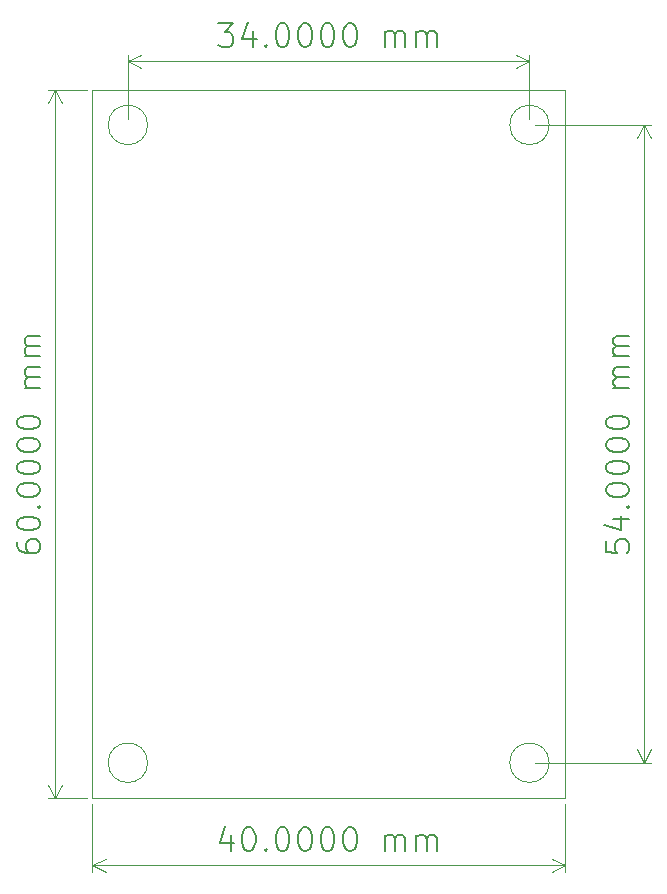
<source format=gbr>
%TF.GenerationSoftware,KiCad,Pcbnew,8.0.9-8.0.9-0~ubuntu24.04.1*%
%TF.CreationDate,2025-04-23T22:26:13+09:00*%
%TF.ProjectId,LedController,4c656443-6f6e-4747-926f-6c6c65722e6b,rev?*%
%TF.SameCoordinates,Original*%
%TF.FileFunction,Profile,NP*%
%FSLAX46Y46*%
G04 Gerber Fmt 4.6, Leading zero omitted, Abs format (unit mm)*
G04 Created by KiCad (PCBNEW 8.0.9-8.0.9-0~ubuntu24.04.1) date 2025-04-23 22:26:13*
%MOMM*%
%LPD*%
G01*
G04 APERTURE LIST*
%TA.AperFunction,Profile*%
%ADD10C,0.050000*%
%TD*%
%ADD11C,0.150000*%
G04 APERTURE END LIST*
D10*
X49670000Y-53000000D02*
G75*
G02*
X46330000Y-53000000I-1670000J0D01*
G01*
X46330000Y-53000000D02*
G75*
G02*
X49670000Y-53000000I1670000J0D01*
G01*
X83670000Y-53000000D02*
G75*
G02*
X80330000Y-53000000I-1670000J0D01*
G01*
X80330000Y-53000000D02*
G75*
G02*
X83670000Y-53000000I1670000J0D01*
G01*
X83670000Y-107000000D02*
G75*
G02*
X80330000Y-107000000I-1670000J0D01*
G01*
X80330000Y-107000000D02*
G75*
G02*
X83670000Y-107000000I1670000J0D01*
G01*
X49670000Y-107000000D02*
G75*
G02*
X46330000Y-107000000I-1670000J0D01*
G01*
X46330000Y-107000000D02*
G75*
G02*
X49670000Y-107000000I1670000J0D01*
G01*
D11*
X88442438Y-88190476D02*
X88442438Y-89142857D01*
X88442438Y-89142857D02*
X89394819Y-89238095D01*
X89394819Y-89238095D02*
X89299580Y-89142857D01*
X89299580Y-89142857D02*
X89204342Y-88952381D01*
X89204342Y-88952381D02*
X89204342Y-88476190D01*
X89204342Y-88476190D02*
X89299580Y-88285714D01*
X89299580Y-88285714D02*
X89394819Y-88190476D01*
X89394819Y-88190476D02*
X89585295Y-88095238D01*
X89585295Y-88095238D02*
X90061485Y-88095238D01*
X90061485Y-88095238D02*
X90251961Y-88190476D01*
X90251961Y-88190476D02*
X90347200Y-88285714D01*
X90347200Y-88285714D02*
X90442438Y-88476190D01*
X90442438Y-88476190D02*
X90442438Y-88952381D01*
X90442438Y-88952381D02*
X90347200Y-89142857D01*
X90347200Y-89142857D02*
X90251961Y-89238095D01*
X89109104Y-86380952D02*
X90442438Y-86380952D01*
X88347200Y-86857143D02*
X89775771Y-87333333D01*
X89775771Y-87333333D02*
X89775771Y-86095238D01*
X90251961Y-85333333D02*
X90347200Y-85238095D01*
X90347200Y-85238095D02*
X90442438Y-85333333D01*
X90442438Y-85333333D02*
X90347200Y-85428571D01*
X90347200Y-85428571D02*
X90251961Y-85333333D01*
X90251961Y-85333333D02*
X90442438Y-85333333D01*
X88442438Y-84000000D02*
X88442438Y-83809523D01*
X88442438Y-83809523D02*
X88537676Y-83619047D01*
X88537676Y-83619047D02*
X88632914Y-83523809D01*
X88632914Y-83523809D02*
X88823390Y-83428571D01*
X88823390Y-83428571D02*
X89204342Y-83333333D01*
X89204342Y-83333333D02*
X89680533Y-83333333D01*
X89680533Y-83333333D02*
X90061485Y-83428571D01*
X90061485Y-83428571D02*
X90251961Y-83523809D01*
X90251961Y-83523809D02*
X90347200Y-83619047D01*
X90347200Y-83619047D02*
X90442438Y-83809523D01*
X90442438Y-83809523D02*
X90442438Y-84000000D01*
X90442438Y-84000000D02*
X90347200Y-84190476D01*
X90347200Y-84190476D02*
X90251961Y-84285714D01*
X90251961Y-84285714D02*
X90061485Y-84380952D01*
X90061485Y-84380952D02*
X89680533Y-84476190D01*
X89680533Y-84476190D02*
X89204342Y-84476190D01*
X89204342Y-84476190D02*
X88823390Y-84380952D01*
X88823390Y-84380952D02*
X88632914Y-84285714D01*
X88632914Y-84285714D02*
X88537676Y-84190476D01*
X88537676Y-84190476D02*
X88442438Y-84000000D01*
X88442438Y-82095238D02*
X88442438Y-81904761D01*
X88442438Y-81904761D02*
X88537676Y-81714285D01*
X88537676Y-81714285D02*
X88632914Y-81619047D01*
X88632914Y-81619047D02*
X88823390Y-81523809D01*
X88823390Y-81523809D02*
X89204342Y-81428571D01*
X89204342Y-81428571D02*
X89680533Y-81428571D01*
X89680533Y-81428571D02*
X90061485Y-81523809D01*
X90061485Y-81523809D02*
X90251961Y-81619047D01*
X90251961Y-81619047D02*
X90347200Y-81714285D01*
X90347200Y-81714285D02*
X90442438Y-81904761D01*
X90442438Y-81904761D02*
X90442438Y-82095238D01*
X90442438Y-82095238D02*
X90347200Y-82285714D01*
X90347200Y-82285714D02*
X90251961Y-82380952D01*
X90251961Y-82380952D02*
X90061485Y-82476190D01*
X90061485Y-82476190D02*
X89680533Y-82571428D01*
X89680533Y-82571428D02*
X89204342Y-82571428D01*
X89204342Y-82571428D02*
X88823390Y-82476190D01*
X88823390Y-82476190D02*
X88632914Y-82380952D01*
X88632914Y-82380952D02*
X88537676Y-82285714D01*
X88537676Y-82285714D02*
X88442438Y-82095238D01*
X88442438Y-80190476D02*
X88442438Y-79999999D01*
X88442438Y-79999999D02*
X88537676Y-79809523D01*
X88537676Y-79809523D02*
X88632914Y-79714285D01*
X88632914Y-79714285D02*
X88823390Y-79619047D01*
X88823390Y-79619047D02*
X89204342Y-79523809D01*
X89204342Y-79523809D02*
X89680533Y-79523809D01*
X89680533Y-79523809D02*
X90061485Y-79619047D01*
X90061485Y-79619047D02*
X90251961Y-79714285D01*
X90251961Y-79714285D02*
X90347200Y-79809523D01*
X90347200Y-79809523D02*
X90442438Y-79999999D01*
X90442438Y-79999999D02*
X90442438Y-80190476D01*
X90442438Y-80190476D02*
X90347200Y-80380952D01*
X90347200Y-80380952D02*
X90251961Y-80476190D01*
X90251961Y-80476190D02*
X90061485Y-80571428D01*
X90061485Y-80571428D02*
X89680533Y-80666666D01*
X89680533Y-80666666D02*
X89204342Y-80666666D01*
X89204342Y-80666666D02*
X88823390Y-80571428D01*
X88823390Y-80571428D02*
X88632914Y-80476190D01*
X88632914Y-80476190D02*
X88537676Y-80380952D01*
X88537676Y-80380952D02*
X88442438Y-80190476D01*
X88442438Y-78285714D02*
X88442438Y-78095237D01*
X88442438Y-78095237D02*
X88537676Y-77904761D01*
X88537676Y-77904761D02*
X88632914Y-77809523D01*
X88632914Y-77809523D02*
X88823390Y-77714285D01*
X88823390Y-77714285D02*
X89204342Y-77619047D01*
X89204342Y-77619047D02*
X89680533Y-77619047D01*
X89680533Y-77619047D02*
X90061485Y-77714285D01*
X90061485Y-77714285D02*
X90251961Y-77809523D01*
X90251961Y-77809523D02*
X90347200Y-77904761D01*
X90347200Y-77904761D02*
X90442438Y-78095237D01*
X90442438Y-78095237D02*
X90442438Y-78285714D01*
X90442438Y-78285714D02*
X90347200Y-78476190D01*
X90347200Y-78476190D02*
X90251961Y-78571428D01*
X90251961Y-78571428D02*
X90061485Y-78666666D01*
X90061485Y-78666666D02*
X89680533Y-78761904D01*
X89680533Y-78761904D02*
X89204342Y-78761904D01*
X89204342Y-78761904D02*
X88823390Y-78666666D01*
X88823390Y-78666666D02*
X88632914Y-78571428D01*
X88632914Y-78571428D02*
X88537676Y-78476190D01*
X88537676Y-78476190D02*
X88442438Y-78285714D01*
X90442438Y-75238094D02*
X89109104Y-75238094D01*
X89299580Y-75238094D02*
X89204342Y-75142856D01*
X89204342Y-75142856D02*
X89109104Y-74952380D01*
X89109104Y-74952380D02*
X89109104Y-74666665D01*
X89109104Y-74666665D02*
X89204342Y-74476189D01*
X89204342Y-74476189D02*
X89394819Y-74380951D01*
X89394819Y-74380951D02*
X90442438Y-74380951D01*
X89394819Y-74380951D02*
X89204342Y-74285713D01*
X89204342Y-74285713D02*
X89109104Y-74095237D01*
X89109104Y-74095237D02*
X89109104Y-73809523D01*
X89109104Y-73809523D02*
X89204342Y-73619046D01*
X89204342Y-73619046D02*
X89394819Y-73523808D01*
X89394819Y-73523808D02*
X90442438Y-73523808D01*
X90442438Y-72571427D02*
X89109104Y-72571427D01*
X89299580Y-72571427D02*
X89204342Y-72476189D01*
X89204342Y-72476189D02*
X89109104Y-72285713D01*
X89109104Y-72285713D02*
X89109104Y-71999998D01*
X89109104Y-71999998D02*
X89204342Y-71809522D01*
X89204342Y-71809522D02*
X89394819Y-71714284D01*
X89394819Y-71714284D02*
X90442438Y-71714284D01*
X89394819Y-71714284D02*
X89204342Y-71619046D01*
X89204342Y-71619046D02*
X89109104Y-71428570D01*
X89109104Y-71428570D02*
X89109104Y-71142856D01*
X89109104Y-71142856D02*
X89204342Y-70952379D01*
X89204342Y-70952379D02*
X89394819Y-70857141D01*
X89394819Y-70857141D02*
X90442438Y-70857141D01*
D10*
X82500000Y-53000000D02*
X92261420Y-53000000D01*
X82500000Y-107000000D02*
X92261420Y-107000000D01*
X91675000Y-53000000D02*
X91675000Y-107000000D01*
X91675000Y-53000000D02*
X91675000Y-107000000D01*
X91675000Y-53000000D02*
X92261421Y-54126504D01*
X91675000Y-53000000D02*
X91088579Y-54126504D01*
X91675000Y-107000000D02*
X91088579Y-105873496D01*
X91675000Y-107000000D02*
X92261421Y-105873496D01*
D11*
X38592438Y-88285714D02*
X38592438Y-88666667D01*
X38592438Y-88666667D02*
X38687676Y-88857143D01*
X38687676Y-88857143D02*
X38782914Y-88952381D01*
X38782914Y-88952381D02*
X39068628Y-89142857D01*
X39068628Y-89142857D02*
X39449580Y-89238095D01*
X39449580Y-89238095D02*
X40211485Y-89238095D01*
X40211485Y-89238095D02*
X40401961Y-89142857D01*
X40401961Y-89142857D02*
X40497200Y-89047619D01*
X40497200Y-89047619D02*
X40592438Y-88857143D01*
X40592438Y-88857143D02*
X40592438Y-88476190D01*
X40592438Y-88476190D02*
X40497200Y-88285714D01*
X40497200Y-88285714D02*
X40401961Y-88190476D01*
X40401961Y-88190476D02*
X40211485Y-88095238D01*
X40211485Y-88095238D02*
X39735295Y-88095238D01*
X39735295Y-88095238D02*
X39544819Y-88190476D01*
X39544819Y-88190476D02*
X39449580Y-88285714D01*
X39449580Y-88285714D02*
X39354342Y-88476190D01*
X39354342Y-88476190D02*
X39354342Y-88857143D01*
X39354342Y-88857143D02*
X39449580Y-89047619D01*
X39449580Y-89047619D02*
X39544819Y-89142857D01*
X39544819Y-89142857D02*
X39735295Y-89238095D01*
X38592438Y-86857143D02*
X38592438Y-86666666D01*
X38592438Y-86666666D02*
X38687676Y-86476190D01*
X38687676Y-86476190D02*
X38782914Y-86380952D01*
X38782914Y-86380952D02*
X38973390Y-86285714D01*
X38973390Y-86285714D02*
X39354342Y-86190476D01*
X39354342Y-86190476D02*
X39830533Y-86190476D01*
X39830533Y-86190476D02*
X40211485Y-86285714D01*
X40211485Y-86285714D02*
X40401961Y-86380952D01*
X40401961Y-86380952D02*
X40497200Y-86476190D01*
X40497200Y-86476190D02*
X40592438Y-86666666D01*
X40592438Y-86666666D02*
X40592438Y-86857143D01*
X40592438Y-86857143D02*
X40497200Y-87047619D01*
X40497200Y-87047619D02*
X40401961Y-87142857D01*
X40401961Y-87142857D02*
X40211485Y-87238095D01*
X40211485Y-87238095D02*
X39830533Y-87333333D01*
X39830533Y-87333333D02*
X39354342Y-87333333D01*
X39354342Y-87333333D02*
X38973390Y-87238095D01*
X38973390Y-87238095D02*
X38782914Y-87142857D01*
X38782914Y-87142857D02*
X38687676Y-87047619D01*
X38687676Y-87047619D02*
X38592438Y-86857143D01*
X40401961Y-85333333D02*
X40497200Y-85238095D01*
X40497200Y-85238095D02*
X40592438Y-85333333D01*
X40592438Y-85333333D02*
X40497200Y-85428571D01*
X40497200Y-85428571D02*
X40401961Y-85333333D01*
X40401961Y-85333333D02*
X40592438Y-85333333D01*
X38592438Y-84000000D02*
X38592438Y-83809523D01*
X38592438Y-83809523D02*
X38687676Y-83619047D01*
X38687676Y-83619047D02*
X38782914Y-83523809D01*
X38782914Y-83523809D02*
X38973390Y-83428571D01*
X38973390Y-83428571D02*
X39354342Y-83333333D01*
X39354342Y-83333333D02*
X39830533Y-83333333D01*
X39830533Y-83333333D02*
X40211485Y-83428571D01*
X40211485Y-83428571D02*
X40401961Y-83523809D01*
X40401961Y-83523809D02*
X40497200Y-83619047D01*
X40497200Y-83619047D02*
X40592438Y-83809523D01*
X40592438Y-83809523D02*
X40592438Y-84000000D01*
X40592438Y-84000000D02*
X40497200Y-84190476D01*
X40497200Y-84190476D02*
X40401961Y-84285714D01*
X40401961Y-84285714D02*
X40211485Y-84380952D01*
X40211485Y-84380952D02*
X39830533Y-84476190D01*
X39830533Y-84476190D02*
X39354342Y-84476190D01*
X39354342Y-84476190D02*
X38973390Y-84380952D01*
X38973390Y-84380952D02*
X38782914Y-84285714D01*
X38782914Y-84285714D02*
X38687676Y-84190476D01*
X38687676Y-84190476D02*
X38592438Y-84000000D01*
X38592438Y-82095238D02*
X38592438Y-81904761D01*
X38592438Y-81904761D02*
X38687676Y-81714285D01*
X38687676Y-81714285D02*
X38782914Y-81619047D01*
X38782914Y-81619047D02*
X38973390Y-81523809D01*
X38973390Y-81523809D02*
X39354342Y-81428571D01*
X39354342Y-81428571D02*
X39830533Y-81428571D01*
X39830533Y-81428571D02*
X40211485Y-81523809D01*
X40211485Y-81523809D02*
X40401961Y-81619047D01*
X40401961Y-81619047D02*
X40497200Y-81714285D01*
X40497200Y-81714285D02*
X40592438Y-81904761D01*
X40592438Y-81904761D02*
X40592438Y-82095238D01*
X40592438Y-82095238D02*
X40497200Y-82285714D01*
X40497200Y-82285714D02*
X40401961Y-82380952D01*
X40401961Y-82380952D02*
X40211485Y-82476190D01*
X40211485Y-82476190D02*
X39830533Y-82571428D01*
X39830533Y-82571428D02*
X39354342Y-82571428D01*
X39354342Y-82571428D02*
X38973390Y-82476190D01*
X38973390Y-82476190D02*
X38782914Y-82380952D01*
X38782914Y-82380952D02*
X38687676Y-82285714D01*
X38687676Y-82285714D02*
X38592438Y-82095238D01*
X38592438Y-80190476D02*
X38592438Y-79999999D01*
X38592438Y-79999999D02*
X38687676Y-79809523D01*
X38687676Y-79809523D02*
X38782914Y-79714285D01*
X38782914Y-79714285D02*
X38973390Y-79619047D01*
X38973390Y-79619047D02*
X39354342Y-79523809D01*
X39354342Y-79523809D02*
X39830533Y-79523809D01*
X39830533Y-79523809D02*
X40211485Y-79619047D01*
X40211485Y-79619047D02*
X40401961Y-79714285D01*
X40401961Y-79714285D02*
X40497200Y-79809523D01*
X40497200Y-79809523D02*
X40592438Y-79999999D01*
X40592438Y-79999999D02*
X40592438Y-80190476D01*
X40592438Y-80190476D02*
X40497200Y-80380952D01*
X40497200Y-80380952D02*
X40401961Y-80476190D01*
X40401961Y-80476190D02*
X40211485Y-80571428D01*
X40211485Y-80571428D02*
X39830533Y-80666666D01*
X39830533Y-80666666D02*
X39354342Y-80666666D01*
X39354342Y-80666666D02*
X38973390Y-80571428D01*
X38973390Y-80571428D02*
X38782914Y-80476190D01*
X38782914Y-80476190D02*
X38687676Y-80380952D01*
X38687676Y-80380952D02*
X38592438Y-80190476D01*
X38592438Y-78285714D02*
X38592438Y-78095237D01*
X38592438Y-78095237D02*
X38687676Y-77904761D01*
X38687676Y-77904761D02*
X38782914Y-77809523D01*
X38782914Y-77809523D02*
X38973390Y-77714285D01*
X38973390Y-77714285D02*
X39354342Y-77619047D01*
X39354342Y-77619047D02*
X39830533Y-77619047D01*
X39830533Y-77619047D02*
X40211485Y-77714285D01*
X40211485Y-77714285D02*
X40401961Y-77809523D01*
X40401961Y-77809523D02*
X40497200Y-77904761D01*
X40497200Y-77904761D02*
X40592438Y-78095237D01*
X40592438Y-78095237D02*
X40592438Y-78285714D01*
X40592438Y-78285714D02*
X40497200Y-78476190D01*
X40497200Y-78476190D02*
X40401961Y-78571428D01*
X40401961Y-78571428D02*
X40211485Y-78666666D01*
X40211485Y-78666666D02*
X39830533Y-78761904D01*
X39830533Y-78761904D02*
X39354342Y-78761904D01*
X39354342Y-78761904D02*
X38973390Y-78666666D01*
X38973390Y-78666666D02*
X38782914Y-78571428D01*
X38782914Y-78571428D02*
X38687676Y-78476190D01*
X38687676Y-78476190D02*
X38592438Y-78285714D01*
X40592438Y-75238094D02*
X39259104Y-75238094D01*
X39449580Y-75238094D02*
X39354342Y-75142856D01*
X39354342Y-75142856D02*
X39259104Y-74952380D01*
X39259104Y-74952380D02*
X39259104Y-74666665D01*
X39259104Y-74666665D02*
X39354342Y-74476189D01*
X39354342Y-74476189D02*
X39544819Y-74380951D01*
X39544819Y-74380951D02*
X40592438Y-74380951D01*
X39544819Y-74380951D02*
X39354342Y-74285713D01*
X39354342Y-74285713D02*
X39259104Y-74095237D01*
X39259104Y-74095237D02*
X39259104Y-73809523D01*
X39259104Y-73809523D02*
X39354342Y-73619046D01*
X39354342Y-73619046D02*
X39544819Y-73523808D01*
X39544819Y-73523808D02*
X40592438Y-73523808D01*
X40592438Y-72571427D02*
X39259104Y-72571427D01*
X39449580Y-72571427D02*
X39354342Y-72476189D01*
X39354342Y-72476189D02*
X39259104Y-72285713D01*
X39259104Y-72285713D02*
X39259104Y-71999998D01*
X39259104Y-71999998D02*
X39354342Y-71809522D01*
X39354342Y-71809522D02*
X39544819Y-71714284D01*
X39544819Y-71714284D02*
X40592438Y-71714284D01*
X39544819Y-71714284D02*
X39354342Y-71619046D01*
X39354342Y-71619046D02*
X39259104Y-71428570D01*
X39259104Y-71428570D02*
X39259104Y-71142856D01*
X39259104Y-71142856D02*
X39354342Y-70952379D01*
X39354342Y-70952379D02*
X39544819Y-70857141D01*
X39544819Y-70857141D02*
X40592438Y-70857141D01*
D10*
X44500000Y-50000000D02*
X41238580Y-50000000D01*
X44500000Y-110000000D02*
X41238580Y-110000000D01*
X41825000Y-50000000D02*
X41825000Y-110000000D01*
X41825000Y-50000000D02*
X41825000Y-110000000D01*
X41825000Y-50000000D02*
X42411421Y-51126504D01*
X41825000Y-50000000D02*
X41238579Y-51126504D01*
X41825000Y-110000000D02*
X41238579Y-108873496D01*
X41825000Y-110000000D02*
X42411421Y-108873496D01*
D11*
X55666666Y-44392438D02*
X56904761Y-44392438D01*
X56904761Y-44392438D02*
X56238094Y-45154342D01*
X56238094Y-45154342D02*
X56523809Y-45154342D01*
X56523809Y-45154342D02*
X56714285Y-45249580D01*
X56714285Y-45249580D02*
X56809523Y-45344819D01*
X56809523Y-45344819D02*
X56904761Y-45535295D01*
X56904761Y-45535295D02*
X56904761Y-46011485D01*
X56904761Y-46011485D02*
X56809523Y-46201961D01*
X56809523Y-46201961D02*
X56714285Y-46297200D01*
X56714285Y-46297200D02*
X56523809Y-46392438D01*
X56523809Y-46392438D02*
X55952380Y-46392438D01*
X55952380Y-46392438D02*
X55761904Y-46297200D01*
X55761904Y-46297200D02*
X55666666Y-46201961D01*
X58619047Y-45059104D02*
X58619047Y-46392438D01*
X58142856Y-44297200D02*
X57666666Y-45725771D01*
X57666666Y-45725771D02*
X58904761Y-45725771D01*
X59666666Y-46201961D02*
X59761904Y-46297200D01*
X59761904Y-46297200D02*
X59666666Y-46392438D01*
X59666666Y-46392438D02*
X59571428Y-46297200D01*
X59571428Y-46297200D02*
X59666666Y-46201961D01*
X59666666Y-46201961D02*
X59666666Y-46392438D01*
X60999999Y-44392438D02*
X61190476Y-44392438D01*
X61190476Y-44392438D02*
X61380952Y-44487676D01*
X61380952Y-44487676D02*
X61476190Y-44582914D01*
X61476190Y-44582914D02*
X61571428Y-44773390D01*
X61571428Y-44773390D02*
X61666666Y-45154342D01*
X61666666Y-45154342D02*
X61666666Y-45630533D01*
X61666666Y-45630533D02*
X61571428Y-46011485D01*
X61571428Y-46011485D02*
X61476190Y-46201961D01*
X61476190Y-46201961D02*
X61380952Y-46297200D01*
X61380952Y-46297200D02*
X61190476Y-46392438D01*
X61190476Y-46392438D02*
X60999999Y-46392438D01*
X60999999Y-46392438D02*
X60809523Y-46297200D01*
X60809523Y-46297200D02*
X60714285Y-46201961D01*
X60714285Y-46201961D02*
X60619047Y-46011485D01*
X60619047Y-46011485D02*
X60523809Y-45630533D01*
X60523809Y-45630533D02*
X60523809Y-45154342D01*
X60523809Y-45154342D02*
X60619047Y-44773390D01*
X60619047Y-44773390D02*
X60714285Y-44582914D01*
X60714285Y-44582914D02*
X60809523Y-44487676D01*
X60809523Y-44487676D02*
X60999999Y-44392438D01*
X62904761Y-44392438D02*
X63095238Y-44392438D01*
X63095238Y-44392438D02*
X63285714Y-44487676D01*
X63285714Y-44487676D02*
X63380952Y-44582914D01*
X63380952Y-44582914D02*
X63476190Y-44773390D01*
X63476190Y-44773390D02*
X63571428Y-45154342D01*
X63571428Y-45154342D02*
X63571428Y-45630533D01*
X63571428Y-45630533D02*
X63476190Y-46011485D01*
X63476190Y-46011485D02*
X63380952Y-46201961D01*
X63380952Y-46201961D02*
X63285714Y-46297200D01*
X63285714Y-46297200D02*
X63095238Y-46392438D01*
X63095238Y-46392438D02*
X62904761Y-46392438D01*
X62904761Y-46392438D02*
X62714285Y-46297200D01*
X62714285Y-46297200D02*
X62619047Y-46201961D01*
X62619047Y-46201961D02*
X62523809Y-46011485D01*
X62523809Y-46011485D02*
X62428571Y-45630533D01*
X62428571Y-45630533D02*
X62428571Y-45154342D01*
X62428571Y-45154342D02*
X62523809Y-44773390D01*
X62523809Y-44773390D02*
X62619047Y-44582914D01*
X62619047Y-44582914D02*
X62714285Y-44487676D01*
X62714285Y-44487676D02*
X62904761Y-44392438D01*
X64809523Y-44392438D02*
X65000000Y-44392438D01*
X65000000Y-44392438D02*
X65190476Y-44487676D01*
X65190476Y-44487676D02*
X65285714Y-44582914D01*
X65285714Y-44582914D02*
X65380952Y-44773390D01*
X65380952Y-44773390D02*
X65476190Y-45154342D01*
X65476190Y-45154342D02*
X65476190Y-45630533D01*
X65476190Y-45630533D02*
X65380952Y-46011485D01*
X65380952Y-46011485D02*
X65285714Y-46201961D01*
X65285714Y-46201961D02*
X65190476Y-46297200D01*
X65190476Y-46297200D02*
X65000000Y-46392438D01*
X65000000Y-46392438D02*
X64809523Y-46392438D01*
X64809523Y-46392438D02*
X64619047Y-46297200D01*
X64619047Y-46297200D02*
X64523809Y-46201961D01*
X64523809Y-46201961D02*
X64428571Y-46011485D01*
X64428571Y-46011485D02*
X64333333Y-45630533D01*
X64333333Y-45630533D02*
X64333333Y-45154342D01*
X64333333Y-45154342D02*
X64428571Y-44773390D01*
X64428571Y-44773390D02*
X64523809Y-44582914D01*
X64523809Y-44582914D02*
X64619047Y-44487676D01*
X64619047Y-44487676D02*
X64809523Y-44392438D01*
X66714285Y-44392438D02*
X66904762Y-44392438D01*
X66904762Y-44392438D02*
X67095238Y-44487676D01*
X67095238Y-44487676D02*
X67190476Y-44582914D01*
X67190476Y-44582914D02*
X67285714Y-44773390D01*
X67285714Y-44773390D02*
X67380952Y-45154342D01*
X67380952Y-45154342D02*
X67380952Y-45630533D01*
X67380952Y-45630533D02*
X67285714Y-46011485D01*
X67285714Y-46011485D02*
X67190476Y-46201961D01*
X67190476Y-46201961D02*
X67095238Y-46297200D01*
X67095238Y-46297200D02*
X66904762Y-46392438D01*
X66904762Y-46392438D02*
X66714285Y-46392438D01*
X66714285Y-46392438D02*
X66523809Y-46297200D01*
X66523809Y-46297200D02*
X66428571Y-46201961D01*
X66428571Y-46201961D02*
X66333333Y-46011485D01*
X66333333Y-46011485D02*
X66238095Y-45630533D01*
X66238095Y-45630533D02*
X66238095Y-45154342D01*
X66238095Y-45154342D02*
X66333333Y-44773390D01*
X66333333Y-44773390D02*
X66428571Y-44582914D01*
X66428571Y-44582914D02*
X66523809Y-44487676D01*
X66523809Y-44487676D02*
X66714285Y-44392438D01*
X69761905Y-46392438D02*
X69761905Y-45059104D01*
X69761905Y-45249580D02*
X69857143Y-45154342D01*
X69857143Y-45154342D02*
X70047619Y-45059104D01*
X70047619Y-45059104D02*
X70333334Y-45059104D01*
X70333334Y-45059104D02*
X70523810Y-45154342D01*
X70523810Y-45154342D02*
X70619048Y-45344819D01*
X70619048Y-45344819D02*
X70619048Y-46392438D01*
X70619048Y-45344819D02*
X70714286Y-45154342D01*
X70714286Y-45154342D02*
X70904762Y-45059104D01*
X70904762Y-45059104D02*
X71190476Y-45059104D01*
X71190476Y-45059104D02*
X71380953Y-45154342D01*
X71380953Y-45154342D02*
X71476191Y-45344819D01*
X71476191Y-45344819D02*
X71476191Y-46392438D01*
X72428572Y-46392438D02*
X72428572Y-45059104D01*
X72428572Y-45249580D02*
X72523810Y-45154342D01*
X72523810Y-45154342D02*
X72714286Y-45059104D01*
X72714286Y-45059104D02*
X73000001Y-45059104D01*
X73000001Y-45059104D02*
X73190477Y-45154342D01*
X73190477Y-45154342D02*
X73285715Y-45344819D01*
X73285715Y-45344819D02*
X73285715Y-46392438D01*
X73285715Y-45344819D02*
X73380953Y-45154342D01*
X73380953Y-45154342D02*
X73571429Y-45059104D01*
X73571429Y-45059104D02*
X73857143Y-45059104D01*
X73857143Y-45059104D02*
X74047620Y-45154342D01*
X74047620Y-45154342D02*
X74142858Y-45344819D01*
X74142858Y-45344819D02*
X74142858Y-46392438D01*
D10*
X48000000Y-52500000D02*
X48000000Y-47038580D01*
X82000000Y-52500000D02*
X82000000Y-47038580D01*
X48000000Y-47625000D02*
X82000000Y-47625000D01*
X48000000Y-47625000D02*
X82000000Y-47625000D01*
X48000000Y-47625000D02*
X49126504Y-47038579D01*
X48000000Y-47625000D02*
X49126504Y-48211421D01*
X82000000Y-47625000D02*
X80873496Y-48211421D01*
X82000000Y-47625000D02*
X80873496Y-47038579D01*
D11*
X56714285Y-113134104D02*
X56714285Y-114467438D01*
X56238094Y-112372200D02*
X55761904Y-113800771D01*
X55761904Y-113800771D02*
X56999999Y-113800771D01*
X58142856Y-112467438D02*
X58333333Y-112467438D01*
X58333333Y-112467438D02*
X58523809Y-112562676D01*
X58523809Y-112562676D02*
X58619047Y-112657914D01*
X58619047Y-112657914D02*
X58714285Y-112848390D01*
X58714285Y-112848390D02*
X58809523Y-113229342D01*
X58809523Y-113229342D02*
X58809523Y-113705533D01*
X58809523Y-113705533D02*
X58714285Y-114086485D01*
X58714285Y-114086485D02*
X58619047Y-114276961D01*
X58619047Y-114276961D02*
X58523809Y-114372200D01*
X58523809Y-114372200D02*
X58333333Y-114467438D01*
X58333333Y-114467438D02*
X58142856Y-114467438D01*
X58142856Y-114467438D02*
X57952380Y-114372200D01*
X57952380Y-114372200D02*
X57857142Y-114276961D01*
X57857142Y-114276961D02*
X57761904Y-114086485D01*
X57761904Y-114086485D02*
X57666666Y-113705533D01*
X57666666Y-113705533D02*
X57666666Y-113229342D01*
X57666666Y-113229342D02*
X57761904Y-112848390D01*
X57761904Y-112848390D02*
X57857142Y-112657914D01*
X57857142Y-112657914D02*
X57952380Y-112562676D01*
X57952380Y-112562676D02*
X58142856Y-112467438D01*
X59666666Y-114276961D02*
X59761904Y-114372200D01*
X59761904Y-114372200D02*
X59666666Y-114467438D01*
X59666666Y-114467438D02*
X59571428Y-114372200D01*
X59571428Y-114372200D02*
X59666666Y-114276961D01*
X59666666Y-114276961D02*
X59666666Y-114467438D01*
X60999999Y-112467438D02*
X61190476Y-112467438D01*
X61190476Y-112467438D02*
X61380952Y-112562676D01*
X61380952Y-112562676D02*
X61476190Y-112657914D01*
X61476190Y-112657914D02*
X61571428Y-112848390D01*
X61571428Y-112848390D02*
X61666666Y-113229342D01*
X61666666Y-113229342D02*
X61666666Y-113705533D01*
X61666666Y-113705533D02*
X61571428Y-114086485D01*
X61571428Y-114086485D02*
X61476190Y-114276961D01*
X61476190Y-114276961D02*
X61380952Y-114372200D01*
X61380952Y-114372200D02*
X61190476Y-114467438D01*
X61190476Y-114467438D02*
X60999999Y-114467438D01*
X60999999Y-114467438D02*
X60809523Y-114372200D01*
X60809523Y-114372200D02*
X60714285Y-114276961D01*
X60714285Y-114276961D02*
X60619047Y-114086485D01*
X60619047Y-114086485D02*
X60523809Y-113705533D01*
X60523809Y-113705533D02*
X60523809Y-113229342D01*
X60523809Y-113229342D02*
X60619047Y-112848390D01*
X60619047Y-112848390D02*
X60714285Y-112657914D01*
X60714285Y-112657914D02*
X60809523Y-112562676D01*
X60809523Y-112562676D02*
X60999999Y-112467438D01*
X62904761Y-112467438D02*
X63095238Y-112467438D01*
X63095238Y-112467438D02*
X63285714Y-112562676D01*
X63285714Y-112562676D02*
X63380952Y-112657914D01*
X63380952Y-112657914D02*
X63476190Y-112848390D01*
X63476190Y-112848390D02*
X63571428Y-113229342D01*
X63571428Y-113229342D02*
X63571428Y-113705533D01*
X63571428Y-113705533D02*
X63476190Y-114086485D01*
X63476190Y-114086485D02*
X63380952Y-114276961D01*
X63380952Y-114276961D02*
X63285714Y-114372200D01*
X63285714Y-114372200D02*
X63095238Y-114467438D01*
X63095238Y-114467438D02*
X62904761Y-114467438D01*
X62904761Y-114467438D02*
X62714285Y-114372200D01*
X62714285Y-114372200D02*
X62619047Y-114276961D01*
X62619047Y-114276961D02*
X62523809Y-114086485D01*
X62523809Y-114086485D02*
X62428571Y-113705533D01*
X62428571Y-113705533D02*
X62428571Y-113229342D01*
X62428571Y-113229342D02*
X62523809Y-112848390D01*
X62523809Y-112848390D02*
X62619047Y-112657914D01*
X62619047Y-112657914D02*
X62714285Y-112562676D01*
X62714285Y-112562676D02*
X62904761Y-112467438D01*
X64809523Y-112467438D02*
X65000000Y-112467438D01*
X65000000Y-112467438D02*
X65190476Y-112562676D01*
X65190476Y-112562676D02*
X65285714Y-112657914D01*
X65285714Y-112657914D02*
X65380952Y-112848390D01*
X65380952Y-112848390D02*
X65476190Y-113229342D01*
X65476190Y-113229342D02*
X65476190Y-113705533D01*
X65476190Y-113705533D02*
X65380952Y-114086485D01*
X65380952Y-114086485D02*
X65285714Y-114276961D01*
X65285714Y-114276961D02*
X65190476Y-114372200D01*
X65190476Y-114372200D02*
X65000000Y-114467438D01*
X65000000Y-114467438D02*
X64809523Y-114467438D01*
X64809523Y-114467438D02*
X64619047Y-114372200D01*
X64619047Y-114372200D02*
X64523809Y-114276961D01*
X64523809Y-114276961D02*
X64428571Y-114086485D01*
X64428571Y-114086485D02*
X64333333Y-113705533D01*
X64333333Y-113705533D02*
X64333333Y-113229342D01*
X64333333Y-113229342D02*
X64428571Y-112848390D01*
X64428571Y-112848390D02*
X64523809Y-112657914D01*
X64523809Y-112657914D02*
X64619047Y-112562676D01*
X64619047Y-112562676D02*
X64809523Y-112467438D01*
X66714285Y-112467438D02*
X66904762Y-112467438D01*
X66904762Y-112467438D02*
X67095238Y-112562676D01*
X67095238Y-112562676D02*
X67190476Y-112657914D01*
X67190476Y-112657914D02*
X67285714Y-112848390D01*
X67285714Y-112848390D02*
X67380952Y-113229342D01*
X67380952Y-113229342D02*
X67380952Y-113705533D01*
X67380952Y-113705533D02*
X67285714Y-114086485D01*
X67285714Y-114086485D02*
X67190476Y-114276961D01*
X67190476Y-114276961D02*
X67095238Y-114372200D01*
X67095238Y-114372200D02*
X66904762Y-114467438D01*
X66904762Y-114467438D02*
X66714285Y-114467438D01*
X66714285Y-114467438D02*
X66523809Y-114372200D01*
X66523809Y-114372200D02*
X66428571Y-114276961D01*
X66428571Y-114276961D02*
X66333333Y-114086485D01*
X66333333Y-114086485D02*
X66238095Y-113705533D01*
X66238095Y-113705533D02*
X66238095Y-113229342D01*
X66238095Y-113229342D02*
X66333333Y-112848390D01*
X66333333Y-112848390D02*
X66428571Y-112657914D01*
X66428571Y-112657914D02*
X66523809Y-112562676D01*
X66523809Y-112562676D02*
X66714285Y-112467438D01*
X69761905Y-114467438D02*
X69761905Y-113134104D01*
X69761905Y-113324580D02*
X69857143Y-113229342D01*
X69857143Y-113229342D02*
X70047619Y-113134104D01*
X70047619Y-113134104D02*
X70333334Y-113134104D01*
X70333334Y-113134104D02*
X70523810Y-113229342D01*
X70523810Y-113229342D02*
X70619048Y-113419819D01*
X70619048Y-113419819D02*
X70619048Y-114467438D01*
X70619048Y-113419819D02*
X70714286Y-113229342D01*
X70714286Y-113229342D02*
X70904762Y-113134104D01*
X70904762Y-113134104D02*
X71190476Y-113134104D01*
X71190476Y-113134104D02*
X71380953Y-113229342D01*
X71380953Y-113229342D02*
X71476191Y-113419819D01*
X71476191Y-113419819D02*
X71476191Y-114467438D01*
X72428572Y-114467438D02*
X72428572Y-113134104D01*
X72428572Y-113324580D02*
X72523810Y-113229342D01*
X72523810Y-113229342D02*
X72714286Y-113134104D01*
X72714286Y-113134104D02*
X73000001Y-113134104D01*
X73000001Y-113134104D02*
X73190477Y-113229342D01*
X73190477Y-113229342D02*
X73285715Y-113419819D01*
X73285715Y-113419819D02*
X73285715Y-114467438D01*
X73285715Y-113419819D02*
X73380953Y-113229342D01*
X73380953Y-113229342D02*
X73571429Y-113134104D01*
X73571429Y-113134104D02*
X73857143Y-113134104D01*
X73857143Y-113134104D02*
X74047620Y-113229342D01*
X74047620Y-113229342D02*
X74142858Y-113419819D01*
X74142858Y-113419819D02*
X74142858Y-114467438D01*
D10*
X45000000Y-110500000D02*
X45000000Y-116286420D01*
X85000000Y-110500000D02*
X85000000Y-116286420D01*
X45000000Y-115700000D02*
X85000000Y-115700000D01*
X45000000Y-115700000D02*
X85000000Y-115700000D01*
X45000000Y-115700000D02*
X46126504Y-115113579D01*
X45000000Y-115700000D02*
X46126504Y-116286421D01*
X85000000Y-115700000D02*
X83873496Y-116286421D01*
X85000000Y-115700000D02*
X83873496Y-115113579D01*
X45000000Y-50000000D02*
X85000000Y-50000000D01*
X85000000Y-110000000D01*
X45000000Y-110000000D01*
X45000000Y-50000000D01*
M02*

</source>
